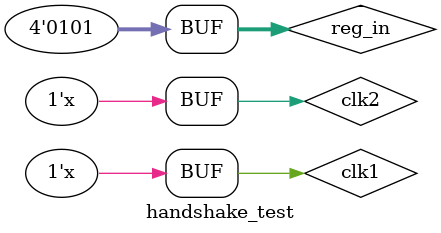
<source format=v>
`timescale 1ns / 1ps


module handshake_test(

    );
    
    reg clk1 = 0;
    reg clk2 = 0;
    
    reg [3:0] reg_in = 0;
    wire [3:0] reg_out;
    
    always #7 clk1 <= ~clk1;
    
    always #3 clk2 <= ~clk2;
    
    initial
    begin
        #40 reg_in <= 4'd1;
        #40 reg_in <= 4'd2;
        #40 reg_in <= 4'd3;
        #40 reg_in <= 4'd4;
        #40 reg_in <= 4'd5; 
    end
    
    register_handshake #(
        .WIDTH(4)
    ) hs_test
    (
        .clk_in(clk1),
        .reg_in(reg_in),
        .clk_out(clk2),
        .reg_out(reg_out)
    );
endmodule

</source>
